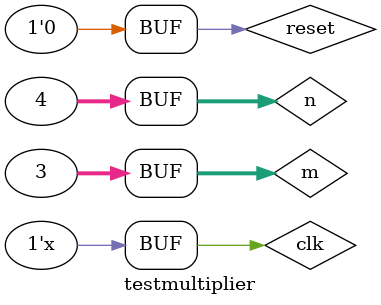
<source format=v>
`timescale 1ns / 1ps


module testmultiplier;
reg reset =0;
reg clk=0 ;
reg [31:0] n ;
reg [31:0] m ; 

wire  [31:0] mtest;
wire  [31:0] ntest;  


 multiplier  dut(
. mReset(reset) ,
. mClock(clk) ,
. dn (n),
. dm (m) ,

. mdebug(mtest),
.ndebug(ntest)    
        );
       always 
 begin
  #5 clk=~clk;
 end
 initial 
 begin
 reset=1;
 m=32'd3;
 n=32'd4;
 #40 
 reset=0;
 
 end
endmodule

</source>
